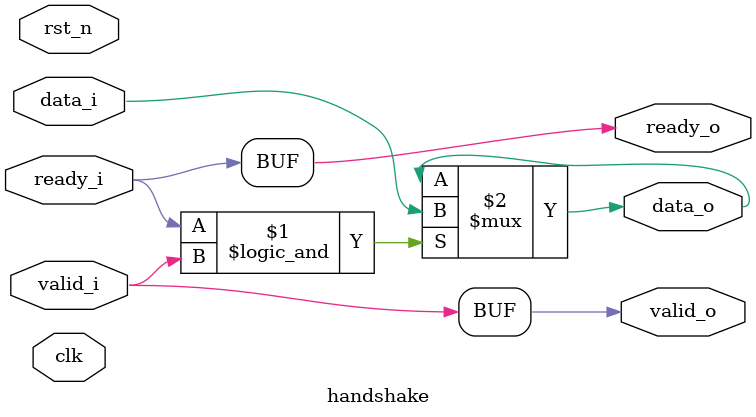
<source format=v>
module handshake(//都不打拍
	input	clk,
	input	rst_n,

	input	valid_i, 
	input	data_i,  	
	input	ready_i,  

	output	ready_o, 
	output	valid_o, 
	output	data_o  
	);

assign ready_o = ready_i;
assign valid_o = valid_i;
assign data_o = (ready_i && valid_i) ? data_i :data_o;

endmodule
</source>
